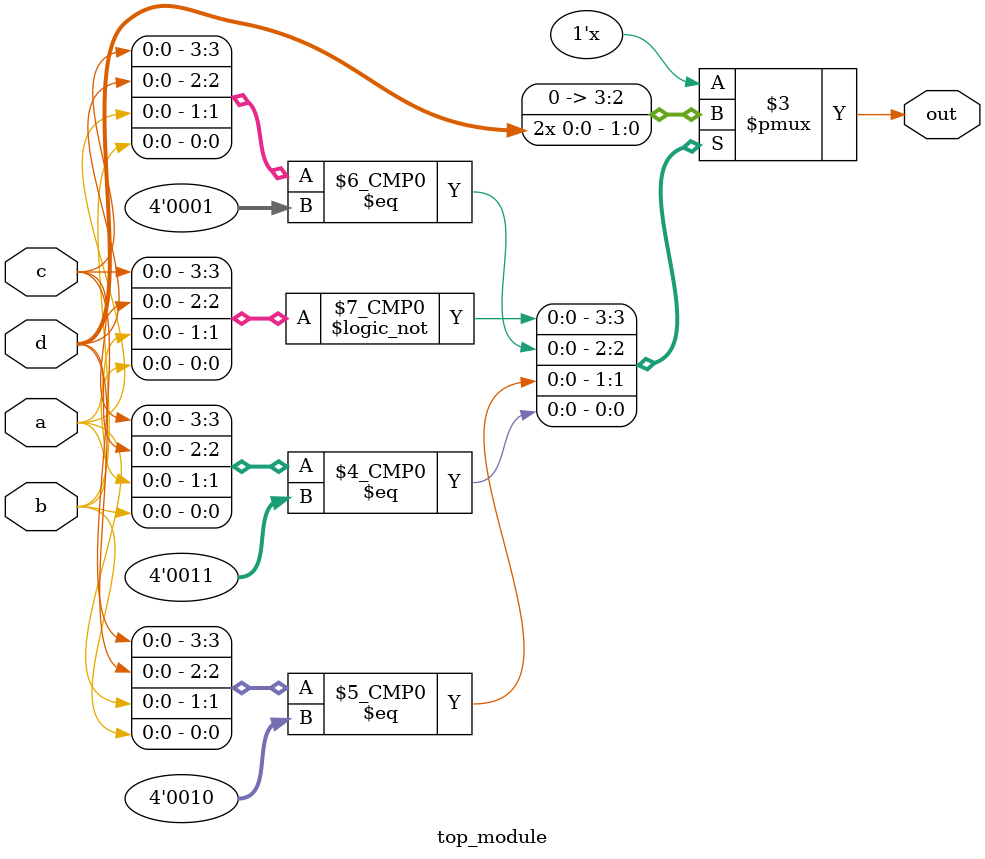
<source format=sv>
module top_module (
	input a, 
	input b,
	input c,
	input d,
	output reg out
);
    always @(a or b or c or d) begin
        case({{c, d}, {a, b}})
            2'b00_00 : out = 1'b0;
            2'b00_01 : out = 1'b0;
            2'b00_10 : out = d;
            2'b00_11 : out = d;
            2'b01_00 : out = 1'b0;
            2'b01_01 : out = 1'b0;
            2'b01_10 : out = d;
            2'b01_11 : out = d;
            2'b10_00 : out = 1'b0;
            2'b10_01 : out = 1'b0;
            2'b10_10 : out = 1'b1;
            2'b10_11 : out = 1'b1;
            2'b11_00 : out = 1'b0;
            2'b11_01 : out = 1'b1;
            2'b11_10 : out = 1'b1;
            2'b11_11 : out = 1'b1;
        endcase
    end
endmodule

</source>
